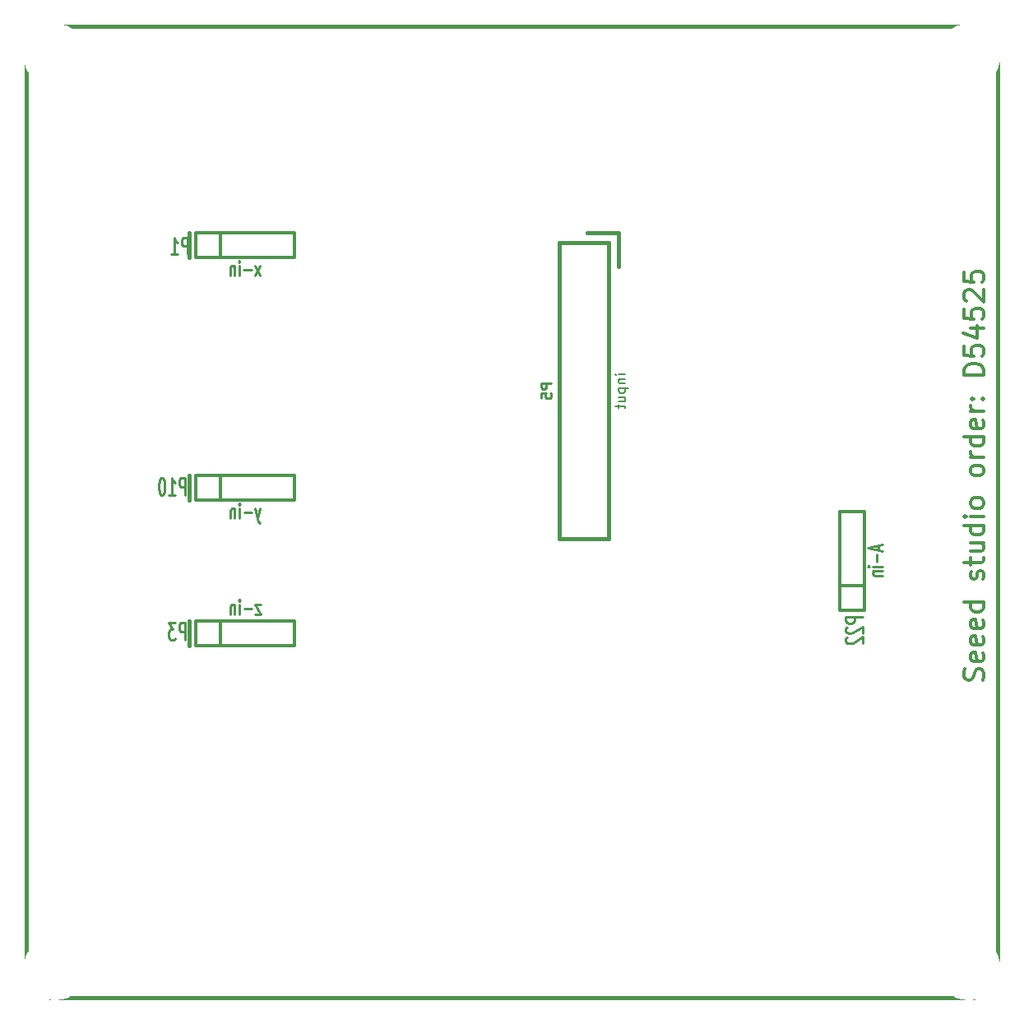
<source format=gbo>
G04 (created by PCBNEW-RS274X (2011-05-25)-stable) date Mon 09 Jul 2012 09:12:41 PM CEST*
G01*
G70*
G90*
%MOIN*%
G04 Gerber Fmt 3.4, Leading zero omitted, Abs format*
%FSLAX34Y34*%
G04 APERTURE LIST*
%ADD10C,0.006000*%
%ADD11C,0.012000*%
%ADD12C,0.015000*%
%ADD13C,0.010700*%
%ADD14C,0.010000*%
%ADD15C,0.008000*%
%ADD16R,0.075000X0.075000*%
%ADD17C,0.075000*%
%ADD18R,0.080000X0.080000*%
%ADD19C,0.080000*%
%ADD20C,0.170000*%
%ADD21C,0.256200*%
G04 APERTURE END LIST*
G54D10*
G54D11*
X58450Y-46179D02*
X58487Y-46067D01*
X58487Y-45879D01*
X58450Y-45804D01*
X58412Y-45767D01*
X58337Y-45729D01*
X58262Y-45729D01*
X58187Y-45767D01*
X58150Y-45804D01*
X58112Y-45879D01*
X58075Y-46029D01*
X58037Y-46104D01*
X58000Y-46142D01*
X57925Y-46179D01*
X57850Y-46179D01*
X57775Y-46142D01*
X57738Y-46104D01*
X57700Y-46029D01*
X57700Y-45842D01*
X57738Y-45729D01*
X58450Y-45092D02*
X58487Y-45167D01*
X58487Y-45317D01*
X58450Y-45392D01*
X58375Y-45429D01*
X58075Y-45429D01*
X58000Y-45392D01*
X57962Y-45317D01*
X57962Y-45167D01*
X58000Y-45092D01*
X58075Y-45054D01*
X58150Y-45054D01*
X58225Y-45429D01*
X58450Y-44417D02*
X58487Y-44492D01*
X58487Y-44642D01*
X58450Y-44717D01*
X58375Y-44754D01*
X58075Y-44754D01*
X58000Y-44717D01*
X57962Y-44642D01*
X57962Y-44492D01*
X58000Y-44417D01*
X58075Y-44379D01*
X58150Y-44379D01*
X58225Y-44754D01*
X58450Y-43742D02*
X58487Y-43817D01*
X58487Y-43967D01*
X58450Y-44042D01*
X58375Y-44079D01*
X58075Y-44079D01*
X58000Y-44042D01*
X57962Y-43967D01*
X57962Y-43817D01*
X58000Y-43742D01*
X58075Y-43704D01*
X58150Y-43704D01*
X58225Y-44079D01*
X58487Y-43029D02*
X57700Y-43029D01*
X58450Y-43029D02*
X58487Y-43104D01*
X58487Y-43254D01*
X58450Y-43329D01*
X58412Y-43367D01*
X58337Y-43404D01*
X58112Y-43404D01*
X58037Y-43367D01*
X58000Y-43329D01*
X57962Y-43254D01*
X57962Y-43104D01*
X58000Y-43029D01*
X58450Y-42092D02*
X58487Y-42017D01*
X58487Y-41867D01*
X58450Y-41792D01*
X58375Y-41755D01*
X58337Y-41755D01*
X58262Y-41792D01*
X58225Y-41867D01*
X58225Y-41980D01*
X58187Y-42055D01*
X58112Y-42092D01*
X58075Y-42092D01*
X58000Y-42055D01*
X57962Y-41980D01*
X57962Y-41867D01*
X58000Y-41792D01*
X57962Y-41530D02*
X57962Y-41230D01*
X57700Y-41418D02*
X58375Y-41418D01*
X58450Y-41380D01*
X58487Y-41305D01*
X58487Y-41230D01*
X57962Y-40630D02*
X58487Y-40630D01*
X57962Y-40968D02*
X58375Y-40968D01*
X58450Y-40930D01*
X58487Y-40855D01*
X58487Y-40743D01*
X58450Y-40668D01*
X58412Y-40630D01*
X58487Y-39918D02*
X57700Y-39918D01*
X58450Y-39918D02*
X58487Y-39993D01*
X58487Y-40143D01*
X58450Y-40218D01*
X58412Y-40256D01*
X58337Y-40293D01*
X58112Y-40293D01*
X58037Y-40256D01*
X58000Y-40218D01*
X57962Y-40143D01*
X57962Y-39993D01*
X58000Y-39918D01*
X58487Y-39544D02*
X57962Y-39544D01*
X57700Y-39544D02*
X57738Y-39581D01*
X57775Y-39544D01*
X57738Y-39506D01*
X57700Y-39544D01*
X57775Y-39544D01*
X58487Y-39056D02*
X58450Y-39131D01*
X58412Y-39169D01*
X58337Y-39206D01*
X58112Y-39206D01*
X58037Y-39169D01*
X58000Y-39131D01*
X57962Y-39056D01*
X57962Y-38944D01*
X58000Y-38869D01*
X58037Y-38831D01*
X58112Y-38794D01*
X58337Y-38794D01*
X58412Y-38831D01*
X58450Y-38869D01*
X58487Y-38944D01*
X58487Y-39056D01*
X58487Y-37744D02*
X58450Y-37819D01*
X58412Y-37857D01*
X58337Y-37894D01*
X58112Y-37894D01*
X58037Y-37857D01*
X58000Y-37819D01*
X57962Y-37744D01*
X57962Y-37632D01*
X58000Y-37557D01*
X58037Y-37519D01*
X58112Y-37482D01*
X58337Y-37482D01*
X58412Y-37519D01*
X58450Y-37557D01*
X58487Y-37632D01*
X58487Y-37744D01*
X58487Y-37145D02*
X57962Y-37145D01*
X58112Y-37145D02*
X58037Y-37107D01*
X58000Y-37070D01*
X57962Y-36995D01*
X57962Y-36920D01*
X58487Y-36320D02*
X57700Y-36320D01*
X58450Y-36320D02*
X58487Y-36395D01*
X58487Y-36545D01*
X58450Y-36620D01*
X58412Y-36658D01*
X58337Y-36695D01*
X58112Y-36695D01*
X58037Y-36658D01*
X58000Y-36620D01*
X57962Y-36545D01*
X57962Y-36395D01*
X58000Y-36320D01*
X58450Y-35646D02*
X58487Y-35721D01*
X58487Y-35871D01*
X58450Y-35946D01*
X58375Y-35983D01*
X58075Y-35983D01*
X58000Y-35946D01*
X57962Y-35871D01*
X57962Y-35721D01*
X58000Y-35646D01*
X58075Y-35608D01*
X58150Y-35608D01*
X58225Y-35983D01*
X58487Y-35271D02*
X57962Y-35271D01*
X58112Y-35271D02*
X58037Y-35233D01*
X58000Y-35196D01*
X57962Y-35121D01*
X57962Y-35046D01*
X58412Y-34784D02*
X58450Y-34746D01*
X58487Y-34784D01*
X58450Y-34821D01*
X58412Y-34784D01*
X58487Y-34784D01*
X58000Y-34784D02*
X58037Y-34746D01*
X58075Y-34784D01*
X58037Y-34821D01*
X58000Y-34784D01*
X58075Y-34784D01*
X58487Y-33809D02*
X57700Y-33809D01*
X57700Y-33621D01*
X57738Y-33509D01*
X57812Y-33434D01*
X57887Y-33396D01*
X58037Y-33359D01*
X58150Y-33359D01*
X58300Y-33396D01*
X58375Y-33434D01*
X58450Y-33509D01*
X58487Y-33621D01*
X58487Y-33809D01*
X57700Y-32647D02*
X57700Y-33022D01*
X58075Y-33059D01*
X58037Y-33022D01*
X58000Y-32947D01*
X58000Y-32759D01*
X58037Y-32684D01*
X58075Y-32647D01*
X58150Y-32609D01*
X58337Y-32609D01*
X58412Y-32647D01*
X58450Y-32684D01*
X58487Y-32759D01*
X58487Y-32947D01*
X58450Y-33022D01*
X58412Y-33059D01*
X57962Y-31934D02*
X58487Y-31934D01*
X57663Y-32122D02*
X58225Y-32309D01*
X58225Y-31822D01*
X57700Y-31147D02*
X57700Y-31522D01*
X58075Y-31559D01*
X58037Y-31522D01*
X58000Y-31447D01*
X58000Y-31259D01*
X58037Y-31184D01*
X58075Y-31147D01*
X58150Y-31109D01*
X58337Y-31109D01*
X58412Y-31147D01*
X58450Y-31184D01*
X58487Y-31259D01*
X58487Y-31447D01*
X58450Y-31522D01*
X58412Y-31559D01*
X57775Y-30809D02*
X57738Y-30772D01*
X57700Y-30697D01*
X57700Y-30509D01*
X57738Y-30434D01*
X57775Y-30397D01*
X57850Y-30359D01*
X57925Y-30359D01*
X58037Y-30397D01*
X58487Y-30847D01*
X58487Y-30359D01*
X57700Y-29647D02*
X57700Y-30022D01*
X58075Y-30059D01*
X58037Y-30022D01*
X58000Y-29947D01*
X58000Y-29759D01*
X58037Y-29684D01*
X58075Y-29647D01*
X58150Y-29609D01*
X58337Y-29609D01*
X58412Y-29647D01*
X58450Y-29684D01*
X58487Y-29759D01*
X58487Y-29947D01*
X58450Y-30022D01*
X58412Y-30059D01*
G54D12*
X43701Y-28051D02*
X43701Y-29429D01*
X42421Y-28051D02*
X43701Y-28051D01*
X26280Y-43799D02*
X26280Y-44783D01*
X26280Y-37894D02*
X26280Y-38878D01*
X26280Y-28051D02*
X26280Y-29035D01*
X19685Y-20866D02*
X19685Y-57874D01*
X57874Y-19685D02*
X20866Y-19685D01*
X59055Y-57874D02*
X59055Y-20866D01*
X20866Y-59055D02*
X57874Y-59055D01*
X19685Y-57874D02*
X19690Y-57976D01*
X19703Y-58079D01*
X19726Y-58179D01*
X19757Y-58277D01*
X19796Y-58373D01*
X19844Y-58464D01*
X19899Y-58551D01*
X19962Y-58633D01*
X20031Y-58709D01*
X20107Y-58778D01*
X20189Y-58841D01*
X20276Y-58896D01*
X20367Y-58944D01*
X20463Y-58983D01*
X20561Y-59014D01*
X20661Y-59037D01*
X20764Y-59050D01*
X20866Y-59055D01*
X20866Y-19685D02*
X20764Y-19690D01*
X20661Y-19703D01*
X20561Y-19726D01*
X20463Y-19757D01*
X20367Y-19796D01*
X20276Y-19844D01*
X20189Y-19899D01*
X20107Y-19962D01*
X20031Y-20031D01*
X19962Y-20107D01*
X19899Y-20189D01*
X19844Y-20276D01*
X19796Y-20367D01*
X19757Y-20463D01*
X19726Y-20561D01*
X19703Y-20661D01*
X19690Y-20764D01*
X19685Y-20866D01*
X59055Y-20866D02*
X59050Y-20764D01*
X59037Y-20661D01*
X59014Y-20561D01*
X58983Y-20463D01*
X58944Y-20367D01*
X58896Y-20276D01*
X58841Y-20189D01*
X58778Y-20107D01*
X58709Y-20031D01*
X58633Y-19962D01*
X58551Y-19899D01*
X58464Y-19844D01*
X58373Y-19796D01*
X58277Y-19757D01*
X58179Y-19726D01*
X58079Y-19703D01*
X57976Y-19690D01*
X57874Y-19685D01*
X57874Y-59055D02*
X57976Y-59050D01*
X58079Y-59037D01*
X58179Y-59014D01*
X58277Y-58983D01*
X58373Y-58944D01*
X58464Y-58896D01*
X58551Y-58841D01*
X58633Y-58778D01*
X58709Y-58709D01*
X58778Y-58633D01*
X58841Y-58551D01*
X58896Y-58464D01*
X58944Y-58373D01*
X58983Y-58277D01*
X59014Y-58179D01*
X59037Y-58079D01*
X59050Y-57976D01*
X59055Y-57874D01*
G54D11*
X26543Y-29043D02*
X26543Y-29043D01*
X26543Y-28043D02*
X26543Y-29043D01*
X26543Y-29043D02*
X26543Y-29043D01*
X26543Y-29043D02*
X30543Y-29043D01*
X30543Y-29043D02*
X30543Y-28043D01*
X30543Y-28043D02*
X26543Y-28043D01*
X27543Y-28043D02*
X27543Y-29043D01*
X26543Y-38885D02*
X26543Y-38885D01*
X26543Y-37885D02*
X26543Y-38885D01*
X26543Y-38885D02*
X26543Y-38885D01*
X26543Y-38885D02*
X30543Y-38885D01*
X30543Y-38885D02*
X30543Y-37885D01*
X30543Y-37885D02*
X26543Y-37885D01*
X27543Y-37885D02*
X27543Y-38885D01*
X26543Y-44792D02*
X26543Y-44792D01*
X26543Y-43792D02*
X26543Y-44792D01*
X26543Y-44792D02*
X26543Y-44792D01*
X26543Y-44792D02*
X30543Y-44792D01*
X30543Y-44792D02*
X30543Y-43792D01*
X30543Y-43792D02*
X26543Y-43792D01*
X27543Y-43792D02*
X27543Y-44792D01*
G54D12*
X41300Y-28450D02*
X43300Y-28450D01*
X43300Y-28450D02*
X43300Y-40450D01*
X43300Y-40450D02*
X41300Y-40450D01*
X41300Y-40450D02*
X41300Y-28450D01*
G54D11*
X53650Y-43339D02*
X53650Y-43339D01*
X52650Y-43339D02*
X53650Y-43339D01*
X53650Y-43339D02*
X53650Y-43339D01*
X53650Y-43339D02*
X53650Y-39339D01*
X53650Y-39339D02*
X52650Y-39339D01*
X52650Y-39339D02*
X52650Y-43339D01*
X52650Y-42339D02*
X53650Y-42339D01*
G54D13*
X26216Y-28926D02*
X26216Y-28243D01*
X26053Y-28243D01*
X26012Y-28275D01*
X25992Y-28308D01*
X25972Y-28373D01*
X25972Y-28471D01*
X25992Y-28536D01*
X26012Y-28568D01*
X26053Y-28601D01*
X26216Y-28601D01*
X25564Y-28926D02*
X25808Y-28926D01*
X25686Y-28926D02*
X25686Y-28243D01*
X25727Y-28341D01*
X25768Y-28406D01*
X25808Y-28438D01*
G54D14*
X29171Y-29786D02*
X28961Y-29386D01*
X29171Y-29386D02*
X28961Y-29786D01*
X28809Y-29557D02*
X28504Y-29557D01*
X28314Y-29786D02*
X28314Y-29386D01*
X28314Y-29186D02*
X28333Y-29214D01*
X28314Y-29243D01*
X28295Y-29214D01*
X28314Y-29186D01*
X28314Y-29243D01*
X28124Y-29386D02*
X28124Y-29786D01*
X28124Y-29443D02*
X28105Y-29414D01*
X28067Y-29386D01*
X28009Y-29386D01*
X27971Y-29414D01*
X27952Y-29472D01*
X27952Y-29786D01*
G54D13*
X26120Y-38676D02*
X26120Y-37993D01*
X25957Y-37993D01*
X25916Y-38025D01*
X25896Y-38058D01*
X25876Y-38123D01*
X25876Y-38221D01*
X25896Y-38286D01*
X25916Y-38318D01*
X25957Y-38351D01*
X26120Y-38351D01*
X25468Y-38676D02*
X25712Y-38676D01*
X25590Y-38676D02*
X25590Y-37993D01*
X25631Y-38091D01*
X25672Y-38156D01*
X25712Y-38188D01*
X25203Y-37993D02*
X25162Y-37993D01*
X25121Y-38025D01*
X25101Y-38058D01*
X25080Y-38123D01*
X25060Y-38253D01*
X25060Y-38416D01*
X25080Y-38546D01*
X25101Y-38611D01*
X25121Y-38643D01*
X25162Y-38676D01*
X25203Y-38676D01*
X25243Y-38643D01*
X25264Y-38611D01*
X25284Y-38546D01*
X25304Y-38416D01*
X25304Y-38253D01*
X25284Y-38123D01*
X25264Y-38058D01*
X25243Y-38025D01*
X25203Y-37993D01*
G54D14*
X29162Y-39228D02*
X29067Y-39628D01*
X28971Y-39228D02*
X29067Y-39628D01*
X29105Y-39771D01*
X29124Y-39799D01*
X29162Y-39828D01*
X28819Y-39399D02*
X28514Y-39399D01*
X28324Y-39628D02*
X28324Y-39228D01*
X28324Y-39028D02*
X28343Y-39056D01*
X28324Y-39085D01*
X28305Y-39056D01*
X28324Y-39028D01*
X28324Y-39085D01*
X28134Y-39228D02*
X28134Y-39628D01*
X28134Y-39285D02*
X28115Y-39256D01*
X28077Y-39228D01*
X28019Y-39228D01*
X27981Y-39256D01*
X27962Y-39314D01*
X27962Y-39628D01*
G54D13*
X26116Y-44545D02*
X26116Y-43862D01*
X25953Y-43862D01*
X25912Y-43894D01*
X25892Y-43927D01*
X25872Y-43992D01*
X25872Y-44090D01*
X25892Y-44155D01*
X25912Y-44187D01*
X25953Y-44220D01*
X26116Y-44220D01*
X25729Y-43862D02*
X25464Y-43862D01*
X25607Y-44122D01*
X25545Y-44122D01*
X25505Y-44155D01*
X25484Y-44187D01*
X25464Y-44252D01*
X25464Y-44415D01*
X25484Y-44480D01*
X25505Y-44512D01*
X25545Y-44545D01*
X25668Y-44545D01*
X25708Y-44512D01*
X25729Y-44480D01*
G54D14*
X29178Y-43112D02*
X28968Y-43112D01*
X29178Y-43512D01*
X28968Y-43512D01*
X28816Y-43283D02*
X28511Y-43283D01*
X28321Y-43512D02*
X28321Y-43112D01*
X28321Y-42912D02*
X28340Y-42940D01*
X28321Y-42969D01*
X28302Y-42940D01*
X28321Y-42912D01*
X28321Y-42969D01*
X28131Y-43112D02*
X28131Y-43512D01*
X28131Y-43169D02*
X28112Y-43140D01*
X28074Y-43112D01*
X28016Y-43112D01*
X27978Y-43140D01*
X27959Y-43198D01*
X27959Y-43512D01*
X40962Y-34155D02*
X40562Y-34155D01*
X40562Y-34308D01*
X40581Y-34346D01*
X40600Y-34365D01*
X40638Y-34384D01*
X40695Y-34384D01*
X40733Y-34365D01*
X40752Y-34346D01*
X40771Y-34308D01*
X40771Y-34155D01*
X40562Y-34746D02*
X40562Y-34555D01*
X40752Y-34536D01*
X40733Y-34555D01*
X40714Y-34593D01*
X40714Y-34689D01*
X40733Y-34727D01*
X40752Y-34746D01*
X40790Y-34765D01*
X40886Y-34765D01*
X40924Y-34746D01*
X40943Y-34727D01*
X40962Y-34689D01*
X40962Y-34593D01*
X40943Y-34555D01*
X40924Y-34536D01*
G54D15*
X43962Y-33793D02*
X43695Y-33793D01*
X43562Y-33793D02*
X43581Y-33774D01*
X43600Y-33793D01*
X43581Y-33812D01*
X43562Y-33793D01*
X43600Y-33793D01*
X43695Y-33983D02*
X43962Y-33983D01*
X43733Y-33983D02*
X43714Y-34002D01*
X43695Y-34040D01*
X43695Y-34098D01*
X43714Y-34136D01*
X43752Y-34155D01*
X43962Y-34155D01*
X43695Y-34345D02*
X44095Y-34345D01*
X43714Y-34345D02*
X43695Y-34383D01*
X43695Y-34460D01*
X43714Y-34498D01*
X43733Y-34517D01*
X43771Y-34536D01*
X43886Y-34536D01*
X43924Y-34517D01*
X43943Y-34498D01*
X43962Y-34460D01*
X43962Y-34383D01*
X43943Y-34345D01*
X43695Y-34879D02*
X43962Y-34879D01*
X43695Y-34707D02*
X43905Y-34707D01*
X43943Y-34726D01*
X43962Y-34764D01*
X43962Y-34822D01*
X43943Y-34860D01*
X43924Y-34879D01*
X43695Y-35012D02*
X43695Y-35164D01*
X43562Y-35069D02*
X43905Y-35069D01*
X43943Y-35088D01*
X43962Y-35126D01*
X43962Y-35164D01*
G54D13*
X53576Y-43630D02*
X52893Y-43630D01*
X52893Y-43793D01*
X52925Y-43834D01*
X52958Y-43854D01*
X53023Y-43874D01*
X53121Y-43874D01*
X53186Y-43854D01*
X53218Y-43834D01*
X53251Y-43793D01*
X53251Y-43630D01*
X52958Y-44038D02*
X52925Y-44058D01*
X52893Y-44099D01*
X52893Y-44201D01*
X52925Y-44241D01*
X52958Y-44262D01*
X53023Y-44282D01*
X53088Y-44282D01*
X53186Y-44262D01*
X53576Y-44017D01*
X53576Y-44282D01*
X52958Y-44446D02*
X52925Y-44466D01*
X52893Y-44507D01*
X52893Y-44609D01*
X52925Y-44649D01*
X52958Y-44670D01*
X53023Y-44690D01*
X53088Y-44690D01*
X53186Y-44670D01*
X53576Y-44425D01*
X53576Y-44690D01*
G54D14*
X54221Y-40720D02*
X54221Y-40911D01*
X54393Y-40682D02*
X53793Y-40815D01*
X54393Y-40949D01*
X54164Y-41082D02*
X54164Y-41387D01*
X54393Y-41577D02*
X53993Y-41577D01*
X53793Y-41577D02*
X53821Y-41558D01*
X53850Y-41577D01*
X53821Y-41596D01*
X53793Y-41577D01*
X53850Y-41577D01*
X53993Y-41767D02*
X54393Y-41767D01*
X54050Y-41767D02*
X54021Y-41786D01*
X53993Y-41824D01*
X53993Y-41882D01*
X54021Y-41920D01*
X54079Y-41939D01*
X54393Y-41939D01*
%LPC*%
G54D16*
X27043Y-28543D03*
G54D17*
X28043Y-28543D03*
X29043Y-28543D03*
X30043Y-28543D03*
G54D16*
X27043Y-36417D03*
G54D17*
X28043Y-36417D03*
X29043Y-36417D03*
X30043Y-36417D03*
G54D16*
X27043Y-52166D03*
G54D17*
X28043Y-52166D03*
X29043Y-52166D03*
X30043Y-52166D03*
G54D16*
X27043Y-34448D03*
G54D17*
X28043Y-34448D03*
X29043Y-34448D03*
X30043Y-34448D03*
G54D16*
X27043Y-38385D03*
G54D17*
X28043Y-38385D03*
X29043Y-38385D03*
X30043Y-38385D03*
G54D16*
X27043Y-50198D03*
G54D17*
X28043Y-50198D03*
X29043Y-50198D03*
X30043Y-50198D03*
G54D16*
X27043Y-46261D03*
G54D17*
X28043Y-46261D03*
X29043Y-46261D03*
X30043Y-46261D03*
G54D16*
X27043Y-44292D03*
G54D17*
X28043Y-44292D03*
X29043Y-44292D03*
X30043Y-44292D03*
G54D16*
X27043Y-48229D03*
G54D17*
X28043Y-48229D03*
X29043Y-48229D03*
X30043Y-48229D03*
G54D16*
X27043Y-26575D03*
G54D17*
X28043Y-26575D03*
X29043Y-26575D03*
X30043Y-26575D03*
G54D18*
X32965Y-46260D03*
G54D19*
X33965Y-46260D03*
G54D18*
X32965Y-34449D03*
G54D19*
X33965Y-34449D03*
G54D18*
X52650Y-34449D03*
G54D19*
X53650Y-34449D03*
G54D18*
X32965Y-36417D03*
G54D19*
X33965Y-36417D03*
G54D18*
X32965Y-44291D03*
G54D19*
X33965Y-44291D03*
G54D18*
X52650Y-32480D03*
G54D19*
X53650Y-32480D03*
G54D18*
X52650Y-30512D03*
G54D19*
X53650Y-30512D03*
G54D18*
X52650Y-28543D03*
G54D19*
X53650Y-28543D03*
G54D18*
X32964Y-28543D03*
G54D19*
X33964Y-28543D03*
G54D18*
X32964Y-26575D03*
G54D19*
X33964Y-26575D03*
G54D18*
X42800Y-28950D03*
G54D19*
X41800Y-28950D03*
X42800Y-29950D03*
X41800Y-29950D03*
X42800Y-30950D03*
X41800Y-30950D03*
X42800Y-31950D03*
X41800Y-31950D03*
X42800Y-32950D03*
X41800Y-32950D03*
X42800Y-33950D03*
X41800Y-33950D03*
X42800Y-34950D03*
X41800Y-34950D03*
X42800Y-35950D03*
X41800Y-35950D03*
X42800Y-36950D03*
X41800Y-36950D03*
X42800Y-37950D03*
X41800Y-37950D03*
X42800Y-38950D03*
X41800Y-38950D03*
X42800Y-39950D03*
X41800Y-39950D03*
G54D20*
X40376Y-49163D03*
X50226Y-49163D03*
G54D18*
X47426Y-48613D03*
G54D19*
X46376Y-48613D03*
X45276Y-48613D03*
X44226Y-48613D03*
X43126Y-48613D03*
X46926Y-49713D03*
X45826Y-49713D03*
X44776Y-49713D03*
X43676Y-49713D03*
G54D16*
X53150Y-42839D03*
G54D17*
X53150Y-41839D03*
X53150Y-40839D03*
X53150Y-39839D03*
G54D21*
X57874Y-20866D03*
X57874Y-57874D03*
X20866Y-57874D03*
X20866Y-20866D03*
M02*

</source>
